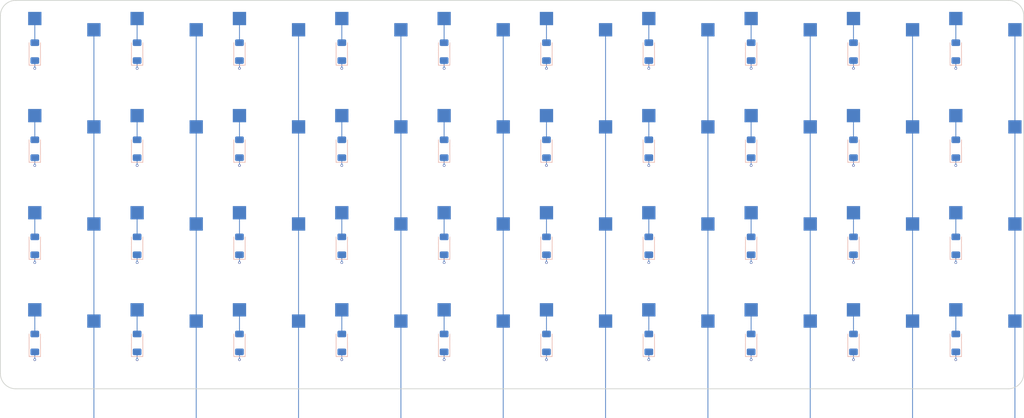
<source format=kicad_pcb>
(kicad_pcb (version 20171130) (host pcbnew 5.1.6)
  (title_block (title test_matrix) (rev v1.0.0) (company Unknown))
  (layers (0 F.Cu signal) (31 B.Cu signal) (34 B.Paste user) (35 F.Paste user) (36 B.SilkS user) (37 F.SilkS user) (38 B.Mask user) (39 F.Mask user) (44 Edge.Cuts user))
  (net 0 "")
  (net 1 "lpinky_mods")
  (net 2 "P4")
  (net 3 "P8")
  (net 4 "lpinky_bottom")
  (net 5 "P5")
  (net 6 "lpinky_home")
  (net 7 "P6")
  (net 8 "lpinky_top")
  (net 9 "P7")
  (net 10 "lring_mods")
  (net 11 "P9")
  (net 12 "lring_bottom")
  (net 13 "lring_home")
  (net 14 "lring_top")
  (net 15 "lmiddle_mods")
  (net 16 "P10")
  (net 17 "lmiddle_bottom")
  (net 18 "lmiddle_home")
  (net 19 "lmiddle_top")
  (net 20 "lindex_mods")
  (net 21 "P16")
  (net 22 "lindex_bottom")
  (net 23 "lindex_home")
  (net 24 "lindex_top")
  (net 25 "linner_mods")
  (net 26 "P14")
  (net 27 "linner_bottom")
  (net 28 "linner_home")
  (net 29 "linner_top")
  (net 30 "rinner_mods")
  (net 31 "P15")
  (net 32 "rinner_bottom")
  (net 33 "rinner_home")
  (net 34 "rinner_top")
  (net 35 "rindex_mods")
  (net 36 "P18")
  (net 37 "rindex_bottom")
  (net 38 "rindex_home")
  (net 39 "rindex_top")
  (net 40 "rmiddle_mods")
  (net 41 "P19")
  (net 42 "rmiddle_bottom")
  (net 43 "rmiddle_home")
  (net 44 "rmiddle_top")
  (net 45 "rring_mods")
  (net 46 "P20")
  (net 47 "rring_bottom")
  (net 48 "rring_home")
  (net 49 "rring_top")
  (net 50 "rpinky_mods")
  (net 51 "P21")
  (net 52 "rpinky_bottom")
  (net 53 "rpinky_home")
  (net 54 "rpinky_top")
  (module PG1350 (layer F.Cu) (at 0 0 0)
    (fp_text reference "S1" hide)
    (fp_text value "" hide)
    (pad "" np_thru_hole circle (at -5.5 0) (size 1.7018 1.7018) (drill 1.7018) (layers "*.Cu" "*.Mask"))
    (pad "" np_thru_hole circle (at 0 -5.95) (size 3 3) (drill 3) (layers "*.Cu" "*.Mask"))
    (pad "" np_thru_hole circle (at 0 0) (size 3.429 3.429) (drill 3.429) (layers "*.Cu" "*.Mask"))
    (pad "" np_thru_hole circle (at 5 -3.75) (size 3 3) (drill 3) (layers "*.Cu" "*.Mask"))
    (pad "" np_thru_hole circle (at 5.5 0) (size 1.7018 1.7018) (drill 1.7018) (layers "*.Cu" "*.Mask"))
    (pad "1" smd rect (at -3.275 -5.95 0) (size 2.6 2.6) (layers "B.Cu" "B.Paste" "B.Mask") (net 1 "lpinky_mods"))
    (pad "2" smd rect (at 8.275 -3.75 0) (size 2.6 2.6) (layers "B.Cu" "B.Paste" "B.Mask") (net 3 "P8"))
    (pad "" smd roundrect (at 8.275 5.75 0) (size 0.15 19) (layers "B.Cu") (net 3 "P8"))
    (pad "3" smd roundrect (at -3.275 -1.225 0) (size 1.7 1.3) (layers "B.Cu" "B.Paste" "B.Mask") (roundrect_rratio 0.1923076923) (net 1 "lpinky_mods"))
    (pad "4" smd roundrect (at -3.275 2.275 0) (size 1.7 1.3) (layers "B.Cu" "B.Paste" "B.Mask") (roundrect_rratio 0.1923076923) (net 2 "P4"))
    (pad "6" thru_hole circle (at -3.275 3.8) (size 0.5 0.5) (drill 0.3) (layers "*.Cu") (net 2 "P4"))
    (pad "" smd roundrect (at -3.275 -3.4875 0) (size 0.15 4.725) (layers "B.Cu") (net 1 "lpinky_mods"))
    (pad "" smd roundrect (at -3.275 3.0375 0) (size 0.15 1.525) (layers "B.Cu") (net 2 "P4"))
  )
  (module PG1350 (layer F.Cu) (at 0 -19 0)
    (fp_text reference "S2" hide)
    (fp_text value "" hide)
    (pad "" np_thru_hole circle (at -5.5 0) (size 1.7018 1.7018) (drill 1.7018) (layers "*.Cu" "*.Mask"))
    (pad "" np_thru_hole circle (at 0 -5.95) (size 3 3) (drill 3) (layers "*.Cu" "*.Mask"))
    (pad "" np_thru_hole circle (at 0 0) (size 3.429 3.429) (drill 3.429) (layers "*.Cu" "*.Mask"))
    (pad "" np_thru_hole circle (at 5 -3.75) (size 3 3) (drill 3) (layers "*.Cu" "*.Mask"))
    (pad "" np_thru_hole circle (at 5.5 0) (size 1.7018 1.7018) (drill 1.7018) (layers "*.Cu" "*.Mask"))
    (pad "1" smd rect (at -3.275 -5.95 0) (size 2.6 2.6) (layers "B.Cu" "B.Paste" "B.Mask") (net 4 "lpinky_bottom"))
    (pad "2" smd rect (at 8.275 -3.75 0) (size 2.6 2.6) (layers "B.Cu" "B.Paste" "B.Mask") (net 3 "P8"))
    (pad "" smd roundrect (at 8.275 5.75 0) (size 0.15 19) (layers "B.Cu") (net 3 "P8"))
    (pad "3" smd roundrect (at -3.275 -1.225 0) (size 1.7 1.3) (layers "B.Cu" "B.Paste" "B.Mask") (roundrect_rratio 0.1923076923) (net 4 "lpinky_bottom"))
    (pad "4" smd roundrect (at -3.275 2.275 0) (size 1.7 1.3) (layers "B.Cu" "B.Paste" "B.Mask") (roundrect_rratio 0.1923076923) (net 5 "P5"))
    (pad "6" thru_hole circle (at -3.275 3.8) (size 0.5 0.5) (drill 0.3) (layers "*.Cu") (net 5 "P5"))
    (pad "" smd roundrect (at -3.275 -3.4875 0) (size 0.15 4.725) (layers "B.Cu") (net 4 "lpinky_bottom"))
    (pad "" smd roundrect (at -3.275 3.0375 0) (size 0.15 1.525) (layers "B.Cu") (net 5 "P5"))
  )
  (module PG1350 (layer F.Cu) (at 0 -38 0)
    (fp_text reference "S3" hide)
    (fp_text value "" hide)
    (pad "" np_thru_hole circle (at -5.5 0) (size 1.7018 1.7018) (drill 1.7018) (layers "*.Cu" "*.Mask"))
    (pad "" np_thru_hole circle (at 0 -5.95) (size 3 3) (drill 3) (layers "*.Cu" "*.Mask"))
    (pad "" np_thru_hole circle (at 0 0) (size 3.429 3.429) (drill 3.429) (layers "*.Cu" "*.Mask"))
    (pad "" np_thru_hole circle (at 5 -3.75) (size 3 3) (drill 3) (layers "*.Cu" "*.Mask"))
    (pad "" np_thru_hole circle (at 5.5 0) (size 1.7018 1.7018) (drill 1.7018) (layers "*.Cu" "*.Mask"))
    (pad "1" smd rect (at -3.275 -5.95 0) (size 2.6 2.6) (layers "B.Cu" "B.Paste" "B.Mask") (net 6 "lpinky_home"))
    (pad "2" smd rect (at 8.275 -3.75 0) (size 2.6 2.6) (layers "B.Cu" "B.Paste" "B.Mask") (net 3 "P8"))
    (pad "" smd roundrect (at 8.275 5.75 0) (size 0.15 19) (layers "B.Cu") (net 3 "P8"))
    (pad "3" smd roundrect (at -3.275 -1.225 0) (size 1.7 1.3) (layers "B.Cu" "B.Paste" "B.Mask") (roundrect_rratio 0.1923076923) (net 6 "lpinky_home"))
    (pad "4" smd roundrect (at -3.275 2.275 0) (size 1.7 1.3) (layers "B.Cu" "B.Paste" "B.Mask") (roundrect_rratio 0.1923076923) (net 7 "P6"))
    (pad "6" thru_hole circle (at -3.275 3.8) (size 0.5 0.5) (drill 0.3) (layers "*.Cu") (net 7 "P6"))
    (pad "" smd roundrect (at -3.275 -3.4875 0) (size 0.15 4.725) (layers "B.Cu") (net 6 "lpinky_home"))
    (pad "" smd roundrect (at -3.275 3.0375 0) (size 0.15 1.525) (layers "B.Cu") (net 7 "P6"))
  )
  (module PG1350 (layer F.Cu) (at 0 -57 0)
    (fp_text reference "S4" hide)
    (fp_text value "" hide)
    (pad "" np_thru_hole circle (at -5.5 0) (size 1.7018 1.7018) (drill 1.7018) (layers "*.Cu" "*.Mask"))
    (pad "" np_thru_hole circle (at 0 -5.95) (size 3 3) (drill 3) (layers "*.Cu" "*.Mask"))
    (pad "" np_thru_hole circle (at 0 0) (size 3.429 3.429) (drill 3.429) (layers "*.Cu" "*.Mask"))
    (pad "" np_thru_hole circle (at 5 -3.75) (size 3 3) (drill 3) (layers "*.Cu" "*.Mask"))
    (pad "" np_thru_hole circle (at 5.5 0) (size 1.7018 1.7018) (drill 1.7018) (layers "*.Cu" "*.Mask"))
    (pad "1" smd rect (at -3.275 -5.95 0) (size 2.6 2.6) (layers "B.Cu" "B.Paste" "B.Mask") (net 8 "lpinky_top"))
    (pad "2" smd rect (at 8.275 -3.75 0) (size 2.6 2.6) (layers "B.Cu" "B.Paste" "B.Mask") (net 3 "P8"))
    (pad "" smd roundrect (at 8.275 5.75 0) (size 0.15 19) (layers "B.Cu") (net 3 "P8"))
    (pad "3" smd roundrect (at -3.275 -1.225 0) (size 1.7 1.3) (layers "B.Cu" "B.Paste" "B.Mask") (roundrect_rratio 0.1923076923) (net 8 "lpinky_top"))
    (pad "4" smd roundrect (at -3.275 2.275 0) (size 1.7 1.3) (layers "B.Cu" "B.Paste" "B.Mask") (roundrect_rratio 0.1923076923) (net 9 "P7"))
    (pad "6" thru_hole circle (at -3.275 3.8) (size 0.5 0.5) (drill 0.3) (layers "*.Cu") (net 9 "P7"))
    (pad "" smd roundrect (at -3.275 -3.4875 0) (size 0.15 4.725) (layers "B.Cu") (net 8 "lpinky_top"))
    (pad "" smd roundrect (at -3.275 3.0375 0) (size 0.15 1.525) (layers "B.Cu") (net 9 "P7"))
  )
  (module PG1350 (layer F.Cu) (at 20 0 0)
    (fp_text reference "S5" hide)
    (fp_text value "" hide)
    (pad "" np_thru_hole circle (at -5.5 0) (size 1.7018 1.7018) (drill 1.7018) (layers "*.Cu" "*.Mask"))
    (pad "" np_thru_hole circle (at 0 -5.95) (size 3 3) (drill 3) (layers "*.Cu" "*.Mask"))
    (pad "" np_thru_hole circle (at 0 0) (size 3.429 3.429) (drill 3.429) (layers "*.Cu" "*.Mask"))
    (pad "" np_thru_hole circle (at 5 -3.75) (size 3 3) (drill 3) (layers "*.Cu" "*.Mask"))
    (pad "" np_thru_hole circle (at 5.5 0) (size 1.7018 1.7018) (drill 1.7018) (layers "*.Cu" "*.Mask"))
    (pad "1" smd rect (at -3.275 -5.95 0) (size 2.6 2.6) (layers "B.Cu" "B.Paste" "B.Mask") (net 10 "lring_mods"))
    (pad "2" smd rect (at 8.275 -3.75 0) (size 2.6 2.6) (layers "B.Cu" "B.Paste" "B.Mask") (net 11 "P9"))
    (pad "" smd roundrect (at 8.275 5.75 0) (size 0.15 19) (layers "B.Cu") (net 11 "P9"))
    (pad "3" smd roundrect (at -3.275 -1.225 0) (size 1.7 1.3) (layers "B.Cu" "B.Paste" "B.Mask") (roundrect_rratio 0.1923076923) (net 10 "lring_mods"))
    (pad "4" smd roundrect (at -3.275 2.275 0) (size 1.7 1.3) (layers "B.Cu" "B.Paste" "B.Mask") (roundrect_rratio 0.1923076923) (net 2 "P4"))
    (pad "6" thru_hole circle (at -3.275 3.8) (size 0.5 0.5) (drill 0.3) (layers "*.Cu") (net 2 "P4"))
    (pad "" smd roundrect (at -3.275 -3.4875 0) (size 0.15 4.725) (layers "B.Cu") (net 10 "lring_mods"))
    (pad "" smd roundrect (at -3.275 3.0375 0) (size 0.15 1.525) (layers "B.Cu") (net 2 "P4"))
  )
  (module PG1350 (layer F.Cu) (at 20 -19 0)
    (fp_text reference "S6" hide)
    (fp_text value "" hide)
    (pad "" np_thru_hole circle (at -5.5 0) (size 1.7018 1.7018) (drill 1.7018) (layers "*.Cu" "*.Mask"))
    (pad "" np_thru_hole circle (at 0 -5.95) (size 3 3) (drill 3) (layers "*.Cu" "*.Mask"))
    (pad "" np_thru_hole circle (at 0 0) (size 3.429 3.429) (drill 3.429) (layers "*.Cu" "*.Mask"))
    (pad "" np_thru_hole circle (at 5 -3.75) (size 3 3) (drill 3) (layers "*.Cu" "*.Mask"))
    (pad "" np_thru_hole circle (at 5.5 0) (size 1.7018 1.7018) (drill 1.7018) (layers "*.Cu" "*.Mask"))
    (pad "1" smd rect (at -3.275 -5.95 0) (size 2.6 2.6) (layers "B.Cu" "B.Paste" "B.Mask") (net 12 "lring_bottom"))
    (pad "2" smd rect (at 8.275 -3.75 0) (size 2.6 2.6) (layers "B.Cu" "B.Paste" "B.Mask") (net 11 "P9"))
    (pad "" smd roundrect (at 8.275 5.75 0) (size 0.15 19) (layers "B.Cu") (net 11 "P9"))
    (pad "3" smd roundrect (at -3.275 -1.225 0) (size 1.7 1.3) (layers "B.Cu" "B.Paste" "B.Mask") (roundrect_rratio 0.1923076923) (net 12 "lring_bottom"))
    (pad "4" smd roundrect (at -3.275 2.275 0) (size 1.7 1.3) (layers "B.Cu" "B.Paste" "B.Mask") (roundrect_rratio 0.1923076923) (net 5 "P5"))
    (pad "6" thru_hole circle (at -3.275 3.8) (size 0.5 0.5) (drill 0.3) (layers "*.Cu") (net 5 "P5"))
    (pad "" smd roundrect (at -3.275 -3.4875 0) (size 0.15 4.725) (layers "B.Cu") (net 12 "lring_bottom"))
    (pad "" smd roundrect (at -3.275 3.0375 0) (size 0.15 1.525) (layers "B.Cu") (net 5 "P5"))
  )
  (module PG1350 (layer F.Cu) (at 20 -38 0)
    (fp_text reference "S7" hide)
    (fp_text value "" hide)
    (pad "" np_thru_hole circle (at -5.5 0) (size 1.7018 1.7018) (drill 1.7018) (layers "*.Cu" "*.Mask"))
    (pad "" np_thru_hole circle (at 0 -5.95) (size 3 3) (drill 3) (layers "*.Cu" "*.Mask"))
    (pad "" np_thru_hole circle (at 0 0) (size 3.429 3.429) (drill 3.429) (layers "*.Cu" "*.Mask"))
    (pad "" np_thru_hole circle (at 5 -3.75) (size 3 3) (drill 3) (layers "*.Cu" "*.Mask"))
    (pad "" np_thru_hole circle (at 5.5 0) (size 1.7018 1.7018) (drill 1.7018) (layers "*.Cu" "*.Mask"))
    (pad "1" smd rect (at -3.275 -5.95 0) (size 2.6 2.6) (layers "B.Cu" "B.Paste" "B.Mask") (net 13 "lring_home"))
    (pad "2" smd rect (at 8.275 -3.75 0) (size 2.6 2.6) (layers "B.Cu" "B.Paste" "B.Mask") (net 11 "P9"))
    (pad "" smd roundrect (at 8.275 5.75 0) (size 0.15 19) (layers "B.Cu") (net 11 "P9"))
    (pad "3" smd roundrect (at -3.275 -1.225 0) (size 1.7 1.3) (layers "B.Cu" "B.Paste" "B.Mask") (roundrect_rratio 0.1923076923) (net 13 "lring_home"))
    (pad "4" smd roundrect (at -3.275 2.275 0) (size 1.7 1.3) (layers "B.Cu" "B.Paste" "B.Mask") (roundrect_rratio 0.1923076923) (net 7 "P6"))
    (pad "6" thru_hole circle (at -3.275 3.8) (size 0.5 0.5) (drill 0.3) (layers "*.Cu") (net 7 "P6"))
    (pad "" smd roundrect (at -3.275 -3.4875 0) (size 0.15 4.725) (layers "B.Cu") (net 13 "lring_home"))
    (pad "" smd roundrect (at -3.275 3.0375 0) (size 0.15 1.525) (layers "B.Cu") (net 7 "P6"))
  )
  (module PG1350 (layer F.Cu) (at 20 -57 0)
    (fp_text reference "S8" hide)
    (fp_text value "" hide)
    (pad "" np_thru_hole circle (at -5.5 0) (size 1.7018 1.7018) (drill 1.7018) (layers "*.Cu" "*.Mask"))
    (pad "" np_thru_hole circle (at 0 -5.95) (size 3 3) (drill 3) (layers "*.Cu" "*.Mask"))
    (pad "" np_thru_hole circle (at 0 0) (size 3.429 3.429) (drill 3.429) (layers "*.Cu" "*.Mask"))
    (pad "" np_thru_hole circle (at 5 -3.75) (size 3 3) (drill 3) (layers "*.Cu" "*.Mask"))
    (pad "" np_thru_hole circle (at 5.5 0) (size 1.7018 1.7018) (drill 1.7018) (layers "*.Cu" "*.Mask"))
    (pad "1" smd rect (at -3.275 -5.95 0) (size 2.6 2.6) (layers "B.Cu" "B.Paste" "B.Mask") (net 14 "lring_top"))
    (pad "2" smd rect (at 8.275 -3.75 0) (size 2.6 2.6) (layers "B.Cu" "B.Paste" "B.Mask") (net 11 "P9"))
    (pad "" smd roundrect (at 8.275 5.75 0) (size 0.15 19) (layers "B.Cu") (net 11 "P9"))
    (pad "3" smd roundrect (at -3.275 -1.225 0) (size 1.7 1.3) (layers "B.Cu" "B.Paste" "B.Mask") (roundrect_rratio 0.1923076923) (net 14 "lring_top"))
    (pad "4" smd roundrect (at -3.275 2.275 0) (size 1.7 1.3) (layers "B.Cu" "B.Paste" "B.Mask") (roundrect_rratio 0.1923076923) (net 9 "P7"))
    (pad "6" thru_hole circle (at -3.275 3.8) (size 0.5 0.5) (drill 0.3) (layers "*.Cu") (net 9 "P7"))
    (pad "" smd roundrect (at -3.275 -3.4875 0) (size 0.15 4.725) (layers "B.Cu") (net 14 "lring_top"))
    (pad "" smd roundrect (at -3.275 3.0375 0) (size 0.15 1.525) (layers "B.Cu") (net 9 "P7"))
  )
  (module PG1350 (layer F.Cu) (at 40 0 0)
    (fp_text reference "S9" hide)
    (fp_text value "" hide)
    (pad "" np_thru_hole circle (at -5.5 0) (size 1.7018 1.7018) (drill 1.7018) (layers "*.Cu" "*.Mask"))
    (pad "" np_thru_hole circle (at 0 -5.95) (size 3 3) (drill 3) (layers "*.Cu" "*.Mask"))
    (pad "" np_thru_hole circle (at 0 0) (size 3.429 3.429) (drill 3.429) (layers "*.Cu" "*.Mask"))
    (pad "" np_thru_hole circle (at 5 -3.75) (size 3 3) (drill 3) (layers "*.Cu" "*.Mask"))
    (pad "" np_thru_hole circle (at 5.5 0) (size 1.7018 1.7018) (drill 1.7018) (layers "*.Cu" "*.Mask"))
    (pad "1" smd rect (at -3.275 -5.95 0) (size 2.6 2.6) (layers "B.Cu" "B.Paste" "B.Mask") (net 15 "lmiddle_mods"))
    (pad "2" smd rect (at 8.275 -3.75 0) (size 2.6 2.6) (layers "B.Cu" "B.Paste" "B.Mask") (net 16 "P10"))
    (pad "" smd roundrect (at 8.275 5.75 0) (size 0.15 19) (layers "B.Cu") (net 16 "P10"))
    (pad "3" smd roundrect (at -3.275 -1.225 0) (size 1.7 1.3) (layers "B.Cu" "B.Paste" "B.Mask") (roundrect_rratio 0.1923076923) (net 15 "lmiddle_mods"))
    (pad "4" smd roundrect (at -3.275 2.275 0) (size 1.7 1.3) (layers "B.Cu" "B.Paste" "B.Mask") (roundrect_rratio 0.1923076923) (net 2 "P4"))
    (pad "6" thru_hole circle (at -3.275 3.8) (size 0.5 0.5) (drill 0.3) (layers "*.Cu") (net 2 "P4"))
    (pad "" smd roundrect (at -3.275 -3.4875 0) (size 0.15 4.725) (layers "B.Cu") (net 15 "lmiddle_mods"))
    (pad "" smd roundrect (at -3.275 3.0375 0) (size 0.15 1.525) (layers "B.Cu") (net 2 "P4"))
  )
  (module PG1350 (layer F.Cu) (at 40 -19 0)
    (fp_text reference "S10" hide)
    (fp_text value "" hide)
    (pad "" np_thru_hole circle (at -5.5 0) (size 1.7018 1.7018) (drill 1.7018) (layers "*.Cu" "*.Mask"))
    (pad "" np_thru_hole circle (at 0 -5.95) (size 3 3) (drill 3) (layers "*.Cu" "*.Mask"))
    (pad "" np_thru_hole circle (at 0 0) (size 3.429 3.429) (drill 3.429) (layers "*.Cu" "*.Mask"))
    (pad "" np_thru_hole circle (at 5 -3.75) (size 3 3) (drill 3) (layers "*.Cu" "*.Mask"))
    (pad "" np_thru_hole circle (at 5.5 0) (size 1.7018 1.7018) (drill 1.7018) (layers "*.Cu" "*.Mask"))
    (pad "1" smd rect (at -3.275 -5.95 0) (size 2.6 2.6) (layers "B.Cu" "B.Paste" "B.Mask") (net 17 "lmiddle_bottom"))
    (pad "2" smd rect (at 8.275 -3.75 0) (size 2.6 2.6) (layers "B.Cu" "B.Paste" "B.Mask") (net 16 "P10"))
    (pad "" smd roundrect (at 8.275 5.75 0) (size 0.15 19) (layers "B.Cu") (net 16 "P10"))
    (pad "3" smd roundrect (at -3.275 -1.225 0) (size 1.7 1.3) (layers "B.Cu" "B.Paste" "B.Mask") (roundrect_rratio 0.1923076923) (net 17 "lmiddle_bottom"))
    (pad "4" smd roundrect (at -3.275 2.275 0) (size 1.7 1.3) (layers "B.Cu" "B.Paste" "B.Mask") (roundrect_rratio 0.1923076923) (net 5 "P5"))
    (pad "6" thru_hole circle (at -3.275 3.8) (size 0.5 0.5) (drill 0.3) (layers "*.Cu") (net 5 "P5"))
    (pad "" smd roundrect (at -3.275 -3.4875 0) (size 0.15 4.725) (layers "B.Cu") (net 17 "lmiddle_bottom"))
    (pad "" smd roundrect (at -3.275 3.0375 0) (size 0.15 1.525) (layers "B.Cu") (net 5 "P5"))
  )
  (module PG1350 (layer F.Cu) (at 40 -38 0)
    (fp_text reference "S11" hide)
    (fp_text value "" hide)
    (pad "" np_thru_hole circle (at -5.5 0) (size 1.7018 1.7018) (drill 1.7018) (layers "*.Cu" "*.Mask"))
    (pad "" np_thru_hole circle (at 0 -5.95) (size 3 3) (drill 3) (layers "*.Cu" "*.Mask"))
    (pad "" np_thru_hole circle (at 0 0) (size 3.429 3.429) (drill 3.429) (layers "*.Cu" "*.Mask"))
    (pad "" np_thru_hole circle (at 5 -3.75) (size 3 3) (drill 3) (layers "*.Cu" "*.Mask"))
    (pad "" np_thru_hole circle (at 5.5 0) (size 1.7018 1.7018) (drill 1.7018) (layers "*.Cu" "*.Mask"))
    (pad "1" smd rect (at -3.275 -5.95 0) (size 2.6 2.6) (layers "B.Cu" "B.Paste" "B.Mask") (net 18 "lmiddle_home"))
    (pad "2" smd rect (at 8.275 -3.75 0) (size 2.6 2.6) (layers "B.Cu" "B.Paste" "B.Mask") (net 16 "P10"))
    (pad "" smd roundrect (at 8.275 5.75 0) (size 0.15 19) (layers "B.Cu") (net 16 "P10"))
    (pad "3" smd roundrect (at -3.275 -1.225 0) (size 1.7 1.3) (layers "B.Cu" "B.Paste" "B.Mask") (roundrect_rratio 0.1923076923) (net 18 "lmiddle_home"))
    (pad "4" smd roundrect (at -3.275 2.275 0) (size 1.7 1.3) (layers "B.Cu" "B.Paste" "B.Mask") (roundrect_rratio 0.1923076923) (net 7 "P6"))
    (pad "6" thru_hole circle (at -3.275 3.8) (size 0.5 0.5) (drill 0.3) (layers "*.Cu") (net 7 "P6"))
    (pad "" smd roundrect (at -3.275 -3.4875 0) (size 0.15 4.725) (layers "B.Cu") (net 18 "lmiddle_home"))
    (pad "" smd roundrect (at -3.275 3.0375 0) (size 0.15 1.525) (layers "B.Cu") (net 7 "P6"))
  )
  (module PG1350 (layer F.Cu) (at 40 -57 0)
    (fp_text reference "S12" hide)
    (fp_text value "" hide)
    (pad "" np_thru_hole circle (at -5.5 0) (size 1.7018 1.7018) (drill 1.7018) (layers "*.Cu" "*.Mask"))
    (pad "" np_thru_hole circle (at 0 -5.95) (size 3 3) (drill 3) (layers "*.Cu" "*.Mask"))
    (pad "" np_thru_hole circle (at 0 0) (size 3.429 3.429) (drill 3.429) (layers "*.Cu" "*.Mask"))
    (pad "" np_thru_hole circle (at 5 -3.75) (size 3 3) (drill 3) (layers "*.Cu" "*.Mask"))
    (pad "" np_thru_hole circle (at 5.5 0) (size 1.7018 1.7018) (drill 1.7018) (layers "*.Cu" "*.Mask"))
    (pad "1" smd rect (at -3.275 -5.95 0) (size 2.6 2.6) (layers "B.Cu" "B.Paste" "B.Mask") (net 19 "lmiddle_top"))
    (pad "2" smd rect (at 8.275 -3.75 0) (size 2.6 2.6) (layers "B.Cu" "B.Paste" "B.Mask") (net 16 "P10"))
    (pad "" smd roundrect (at 8.275 5.75 0) (size 0.15 19) (layers "B.Cu") (net 16 "P10"))
    (pad "3" smd roundrect (at -3.275 -1.225 0) (size 1.7 1.3) (layers "B.Cu" "B.Paste" "B.Mask") (roundrect_rratio 0.1923076923) (net 19 "lmiddle_top"))
    (pad "4" smd roundrect (at -3.275 2.275 0) (size 1.7 1.3) (layers "B.Cu" "B.Paste" "B.Mask") (roundrect_rratio 0.1923076923) (net 9 "P7"))
    (pad "6" thru_hole circle (at -3.275 3.8) (size 0.5 0.5) (drill 0.3) (layers "*.Cu") (net 9 "P7"))
    (pad "" smd roundrect (at -3.275 -3.4875 0) (size 0.15 4.725) (layers "B.Cu") (net 19 "lmiddle_top"))
    (pad "" smd roundrect (at -3.275 3.0375 0) (size 0.15 1.525) (layers "B.Cu") (net 9 "P7"))
  )
  (module PG1350 (layer F.Cu) (at 60 0 0)
    (fp_text reference "S13" hide)
    (fp_text value "" hide)
    (pad "" np_thru_hole circle (at -5.5 0) (size 1.7018 1.7018) (drill 1.7018) (layers "*.Cu" "*.Mask"))
    (pad "" np_thru_hole circle (at 0 -5.95) (size 3 3) (drill 3) (layers "*.Cu" "*.Mask"))
    (pad "" np_thru_hole circle (at 0 0) (size 3.429 3.429) (drill 3.429) (layers "*.Cu" "*.Mask"))
    (pad "" np_thru_hole circle (at 5 -3.75) (size 3 3) (drill 3) (layers "*.Cu" "*.Mask"))
    (pad "" np_thru_hole circle (at 5.5 0) (size 1.7018 1.7018) (drill 1.7018) (layers "*.Cu" "*.Mask"))
    (pad "1" smd rect (at -3.275 -5.95 0) (size 2.6 2.6) (layers "B.Cu" "B.Paste" "B.Mask") (net 20 "lindex_mods"))
    (pad "2" smd rect (at 8.275 -3.75 0) (size 2.6 2.6) (layers "B.Cu" "B.Paste" "B.Mask") (net 21 "P16"))
    (pad "" smd roundrect (at 8.275 5.75 0) (size 0.15 19) (layers "B.Cu") (net 21 "P16"))
    (pad "3" smd roundrect (at -3.275 -1.225 0) (size 1.7 1.3) (layers "B.Cu" "B.Paste" "B.Mask") (roundrect_rratio 0.1923076923) (net 20 "lindex_mods"))
    (pad "4" smd roundrect (at -3.275 2.275 0) (size 1.7 1.3) (layers "B.Cu" "B.Paste" "B.Mask") (roundrect_rratio 0.1923076923) (net 2 "P4"))
    (pad "6" thru_hole circle (at -3.275 3.8) (size 0.5 0.5) (drill 0.3) (layers "*.Cu") (net 2 "P4"))
    (pad "" smd roundrect (at -3.275 -3.4875 0) (size 0.15 4.725) (layers "B.Cu") (net 20 "lindex_mods"))
    (pad "" smd roundrect (at -3.275 3.0375 0) (size 0.15 1.525) (layers "B.Cu") (net 2 "P4"))
  )
  (module PG1350 (layer F.Cu) (at 60 -19 0)
    (fp_text reference "S14" hide)
    (fp_text value "" hide)
    (pad "" np_thru_hole circle (at -5.5 0) (size 1.7018 1.7018) (drill 1.7018) (layers "*.Cu" "*.Mask"))
    (pad "" np_thru_hole circle (at 0 -5.95) (size 3 3) (drill 3) (layers "*.Cu" "*.Mask"))
    (pad "" np_thru_hole circle (at 0 0) (size 3.429 3.429) (drill 3.429) (layers "*.Cu" "*.Mask"))
    (pad "" np_thru_hole circle (at 5 -3.75) (size 3 3) (drill 3) (layers "*.Cu" "*.Mask"))
    (pad "" np_thru_hole circle (at 5.5 0) (size 1.7018 1.7018) (drill 1.7018) (layers "*.Cu" "*.Mask"))
    (pad "1" smd rect (at -3.275 -5.95 0) (size 2.6 2.6) (layers "B.Cu" "B.Paste" "B.Mask") (net 22 "lindex_bottom"))
    (pad "2" smd rect (at 8.275 -3.75 0) (size 2.6 2.6) (layers "B.Cu" "B.Paste" "B.Mask") (net 21 "P16"))
    (pad "" smd roundrect (at 8.275 5.75 0) (size 0.15 19) (layers "B.Cu") (net 21 "P16"))
    (pad "3" smd roundrect (at -3.275 -1.225 0) (size 1.7 1.3) (layers "B.Cu" "B.Paste" "B.Mask") (roundrect_rratio 0.1923076923) (net 22 "lindex_bottom"))
    (pad "4" smd roundrect (at -3.275 2.275 0) (size 1.7 1.3) (layers "B.Cu" "B.Paste" "B.Mask") (roundrect_rratio 0.1923076923) (net 5 "P5"))
    (pad "6" thru_hole circle (at -3.275 3.8) (size 0.5 0.5) (drill 0.3) (layers "*.Cu") (net 5 "P5"))
    (pad "" smd roundrect (at -3.275 -3.4875 0) (size 0.15 4.725) (layers "B.Cu") (net 22 "lindex_bottom"))
    (pad "" smd roundrect (at -3.275 3.0375 0) (size 0.15 1.525) (layers "B.Cu") (net 5 "P5"))
  )
  (module PG1350 (layer F.Cu) (at 60 -38 0)
    (fp_text reference "S15" hide)
    (fp_text value "" hide)
    (pad "" np_thru_hole circle (at -5.5 0) (size 1.7018 1.7018) (drill 1.7018) (layers "*.Cu" "*.Mask"))
    (pad "" np_thru_hole circle (at 0 -5.95) (size 3 3) (drill 3) (layers "*.Cu" "*.Mask"))
    (pad "" np_thru_hole circle (at 0 0) (size 3.429 3.429) (drill 3.429) (layers "*.Cu" "*.Mask"))
    (pad "" np_thru_hole circle (at 5 -3.75) (size 3 3) (drill 3) (layers "*.Cu" "*.Mask"))
    (pad "" np_thru_hole circle (at 5.5 0) (size 1.7018 1.7018) (drill 1.7018) (layers "*.Cu" "*.Mask"))
    (pad "1" smd rect (at -3.275 -5.95 0) (size 2.6 2.6) (layers "B.Cu" "B.Paste" "B.Mask") (net 23 "lindex_home"))
    (pad "2" smd rect (at 8.275 -3.75 0) (size 2.6 2.6) (layers "B.Cu" "B.Paste" "B.Mask") (net 21 "P16"))
    (pad "" smd roundrect (at 8.275 5.75 0) (size 0.15 19) (layers "B.Cu") (net 21 "P16"))
    (pad "3" smd roundrect (at -3.275 -1.225 0) (size 1.7 1.3) (layers "B.Cu" "B.Paste" "B.Mask") (roundrect_rratio 0.1923076923) (net 23 "lindex_home"))
    (pad "4" smd roundrect (at -3.275 2.275 0) (size 1.7 1.3) (layers "B.Cu" "B.Paste" "B.Mask") (roundrect_rratio 0.1923076923) (net 7 "P6"))
    (pad "6" thru_hole circle (at -3.275 3.8) (size 0.5 0.5) (drill 0.3) (layers "*.Cu") (net 7 "P6"))
    (pad "" smd roundrect (at -3.275 -3.4875 0) (size 0.15 4.725) (layers "B.Cu") (net 23 "lindex_home"))
    (pad "" smd roundrect (at -3.275 3.0375 0) (size 0.15 1.525) (layers "B.Cu") (net 7 "P6"))
  )
  (module PG1350 (layer F.Cu) (at 60 -57 0)
    (fp_text reference "S16" hide)
    (fp_text value "" hide)
    (pad "" np_thru_hole circle (at -5.5 0) (size 1.7018 1.7018) (drill 1.7018) (layers "*.Cu" "*.Mask"))
    (pad "" np_thru_hole circle (at 0 -5.95) (size 3 3) (drill 3) (layers "*.Cu" "*.Mask"))
    (pad "" np_thru_hole circle (at 0 0) (size 3.429 3.429) (drill 3.429) (layers "*.Cu" "*.Mask"))
    (pad "" np_thru_hole circle (at 5 -3.75) (size 3 3) (drill 3) (layers "*.Cu" "*.Mask"))
    (pad "" np_thru_hole circle (at 5.5 0) (size 1.7018 1.7018) (drill 1.7018) (layers "*.Cu" "*.Mask"))
    (pad "1" smd rect (at -3.275 -5.95 0) (size 2.6 2.6) (layers "B.Cu" "B.Paste" "B.Mask") (net 24 "lindex_top"))
    (pad "2" smd rect (at 8.275 -3.75 0) (size 2.6 2.6) (layers "B.Cu" "B.Paste" "B.Mask") (net 21 "P16"))
    (pad "" smd roundrect (at 8.275 5.75 0) (size 0.15 19) (layers "B.Cu") (net 21 "P16"))
    (pad "3" smd roundrect (at -3.275 -1.225 0) (size 1.7 1.3) (layers "B.Cu" "B.Paste" "B.Mask") (roundrect_rratio 0.1923076923) (net 24 "lindex_top"))
    (pad "4" smd roundrect (at -3.275 2.275 0) (size 1.7 1.3) (layers "B.Cu" "B.Paste" "B.Mask") (roundrect_rratio 0.1923076923) (net 9 "P7"))
    (pad "6" thru_hole circle (at -3.275 3.8) (size 0.5 0.5) (drill 0.3) (layers "*.Cu") (net 9 "P7"))
    (pad "" smd roundrect (at -3.275 -3.4875 0) (size 0.15 4.725) (layers "B.Cu") (net 24 "lindex_top"))
    (pad "" smd roundrect (at -3.275 3.0375 0) (size 0.15 1.525) (layers "B.Cu") (net 9 "P7"))
  )
  (module PG1350 (layer F.Cu) (at 80 0 0)
    (fp_text reference "S17" hide)
    (fp_text value "" hide)
    (pad "" np_thru_hole circle (at -5.5 0) (size 1.7018 1.7018) (drill 1.7018) (layers "*.Cu" "*.Mask"))
    (pad "" np_thru_hole circle (at 0 -5.95) (size 3 3) (drill 3) (layers "*.Cu" "*.Mask"))
    (pad "" np_thru_hole circle (at 0 0) (size 3.429 3.429) (drill 3.429) (layers "*.Cu" "*.Mask"))
    (pad "" np_thru_hole circle (at 5 -3.75) (size 3 3) (drill 3) (layers "*.Cu" "*.Mask"))
    (pad "" np_thru_hole circle (at 5.5 0) (size 1.7018 1.7018) (drill 1.7018) (layers "*.Cu" "*.Mask"))
    (pad "1" smd rect (at -3.275 -5.95 0) (size 2.6 2.6) (layers "B.Cu" "B.Paste" "B.Mask") (net 25 "linner_mods"))
    (pad "2" smd rect (at 8.275 -3.75 0) (size 2.6 2.6) (layers "B.Cu" "B.Paste" "B.Mask") (net 26 "P14"))
    (pad "" smd roundrect (at 8.275 5.75 0) (size 0.15 19) (layers "B.Cu") (net 26 "P14"))
    (pad "3" smd roundrect (at -3.275 -1.225 0) (size 1.7 1.3) (layers "B.Cu" "B.Paste" "B.Mask") (roundrect_rratio 0.1923076923) (net 25 "linner_mods"))
    (pad "4" smd roundrect (at -3.275 2.275 0) (size 1.7 1.3) (layers "B.Cu" "B.Paste" "B.Mask") (roundrect_rratio 0.1923076923) (net 2 "P4"))
    (pad "6" thru_hole circle (at -3.275 3.8) (size 0.5 0.5) (drill 0.3) (layers "*.Cu") (net 2 "P4"))
    (pad "" smd roundrect (at -3.275 -3.4875 0) (size 0.15 4.725) (layers "B.Cu") (net 25 "linner_mods"))
    (pad "" smd roundrect (at -3.275 3.0375 0) (size 0.15 1.525) (layers "B.Cu") (net 2 "P4"))
  )
  (module PG1350 (layer F.Cu) (at 80 -19 0)
    (fp_text reference "S18" hide)
    (fp_text value "" hide)
    (pad "" np_thru_hole circle (at -5.5 0) (size 1.7018 1.7018) (drill 1.7018) (layers "*.Cu" "*.Mask"))
    (pad "" np_thru_hole circle (at 0 -5.95) (size 3 3) (drill 3) (layers "*.Cu" "*.Mask"))
    (pad "" np_thru_hole circle (at 0 0) (size 3.429 3.429) (drill 3.429) (layers "*.Cu" "*.Mask"))
    (pad "" np_thru_hole circle (at 5 -3.75) (size 3 3) (drill 3) (layers "*.Cu" "*.Mask"))
    (pad "" np_thru_hole circle (at 5.5 0) (size 1.7018 1.7018) (drill 1.7018) (layers "*.Cu" "*.Mask"))
    (pad "1" smd rect (at -3.275 -5.95 0) (size 2.6 2.6) (layers "B.Cu" "B.Paste" "B.Mask") (net 27 "linner_bottom"))
    (pad "2" smd rect (at 8.275 -3.75 0) (size 2.6 2.6) (layers "B.Cu" "B.Paste" "B.Mask") (net 26 "P14"))
    (pad "" smd roundrect (at 8.275 5.75 0) (size 0.15 19) (layers "B.Cu") (net 26 "P14"))
    (pad "3" smd roundrect (at -3.275 -1.225 0) (size 1.7 1.3) (layers "B.Cu" "B.Paste" "B.Mask") (roundrect_rratio 0.1923076923) (net 27 "linner_bottom"))
    (pad "4" smd roundrect (at -3.275 2.275 0) (size 1.7 1.3) (layers "B.Cu" "B.Paste" "B.Mask") (roundrect_rratio 0.1923076923) (net 5 "P5"))
    (pad "6" thru_hole circle (at -3.275 3.8) (size 0.5 0.5) (drill 0.3) (layers "*.Cu") (net 5 "P5"))
    (pad "" smd roundrect (at -3.275 -3.4875 0) (size 0.15 4.725) (layers "B.Cu") (net 27 "linner_bottom"))
    (pad "" smd roundrect (at -3.275 3.0375 0) (size 0.15 1.525) (layers "B.Cu") (net 5 "P5"))
  )
  (module PG1350 (layer F.Cu) (at 80 -38 0)
    (fp_text reference "S19" hide)
    (fp_text value "" hide)
    (pad "" np_thru_hole circle (at -5.5 0) (size 1.7018 1.7018) (drill 1.7018) (layers "*.Cu" "*.Mask"))
    (pad "" np_thru_hole circle (at 0 -5.95) (size 3 3) (drill 3) (layers "*.Cu" "*.Mask"))
    (pad "" np_thru_hole circle (at 0 0) (size 3.429 3.429) (drill 3.429) (layers "*.Cu" "*.Mask"))
    (pad "" np_thru_hole circle (at 5 -3.75) (size 3 3) (drill 3) (layers "*.Cu" "*.Mask"))
    (pad "" np_thru_hole circle (at 5.5 0) (size 1.7018 1.7018) (drill 1.7018) (layers "*.Cu" "*.Mask"))
    (pad "1" smd rect (at -3.275 -5.95 0) (size 2.6 2.6) (layers "B.Cu" "B.Paste" "B.Mask") (net 28 "linner_home"))
    (pad "2" smd rect (at 8.275 -3.75 0) (size 2.6 2.6) (layers "B.Cu" "B.Paste" "B.Mask") (net 26 "P14"))
    (pad "" smd roundrect (at 8.275 5.75 0) (size 0.15 19) (layers "B.Cu") (net 26 "P14"))
    (pad "3" smd roundrect (at -3.275 -1.225 0) (size 1.7 1.3) (layers "B.Cu" "B.Paste" "B.Mask") (roundrect_rratio 0.1923076923) (net 28 "linner_home"))
    (pad "4" smd roundrect (at -3.275 2.275 0) (size 1.7 1.3) (layers "B.Cu" "B.Paste" "B.Mask") (roundrect_rratio 0.1923076923) (net 7 "P6"))
    (pad "6" thru_hole circle (at -3.275 3.8) (size 0.5 0.5) (drill 0.3) (layers "*.Cu") (net 7 "P6"))
    (pad "" smd roundrect (at -3.275 -3.4875 0) (size 0.15 4.725) (layers "B.Cu") (net 28 "linner_home"))
    (pad "" smd roundrect (at -3.275 3.0375 0) (size 0.15 1.525) (layers "B.Cu") (net 7 "P6"))
  )
  (module PG1350 (layer F.Cu) (at 80 -57 0)
    (fp_text reference "S20" hide)
    (fp_text value "" hide)
    (pad "" np_thru_hole circle (at -5.5 0) (size 1.7018 1.7018) (drill 1.7018) (layers "*.Cu" "*.Mask"))
    (pad "" np_thru_hole circle (at 0 -5.95) (size 3 3) (drill 3) (layers "*.Cu" "*.Mask"))
    (pad "" np_thru_hole circle (at 0 0) (size 3.429 3.429) (drill 3.429) (layers "*.Cu" "*.Mask"))
    (pad "" np_thru_hole circle (at 5 -3.75) (size 3 3) (drill 3) (layers "*.Cu" "*.Mask"))
    (pad "" np_thru_hole circle (at 5.5 0) (size 1.7018 1.7018) (drill 1.7018) (layers "*.Cu" "*.Mask"))
    (pad "1" smd rect (at -3.275 -5.95 0) (size 2.6 2.6) (layers "B.Cu" "B.Paste" "B.Mask") (net 29 "linner_top"))
    (pad "2" smd rect (at 8.275 -3.75 0) (size 2.6 2.6) (layers "B.Cu" "B.Paste" "B.Mask") (net 26 "P14"))
    (pad "" smd roundrect (at 8.275 5.75 0) (size 0.15 19) (layers "B.Cu") (net 26 "P14"))
    (pad "3" smd roundrect (at -3.275 -1.225 0) (size 1.7 1.3) (layers "B.Cu" "B.Paste" "B.Mask") (roundrect_rratio 0.1923076923) (net 29 "linner_top"))
    (pad "4" smd roundrect (at -3.275 2.275 0) (size 1.7 1.3) (layers "B.Cu" "B.Paste" "B.Mask") (roundrect_rratio 0.1923076923) (net 9 "P7"))
    (pad "6" thru_hole circle (at -3.275 3.8) (size 0.5 0.5) (drill 0.3) (layers "*.Cu") (net 9 "P7"))
    (pad "" smd roundrect (at -3.275 -3.4875 0) (size 0.15 4.725) (layers "B.Cu") (net 29 "linner_top"))
    (pad "" smd roundrect (at -3.275 3.0375 0) (size 0.15 1.525) (layers "B.Cu") (net 9 "P7"))
  )
  (module PG1350 (layer F.Cu) (at 100 0 0)
    (fp_text reference "S21" hide)
    (fp_text value "" hide)
    (pad "" np_thru_hole circle (at -5.5 0) (size 1.7018 1.7018) (drill 1.7018) (layers "*.Cu" "*.Mask"))
    (pad "" np_thru_hole circle (at 0 -5.95) (size 3 3) (drill 3) (layers "*.Cu" "*.Mask"))
    (pad "" np_thru_hole circle (at 0 0) (size 3.429 3.429) (drill 3.429) (layers "*.Cu" "*.Mask"))
    (pad "" np_thru_hole circle (at 5 -3.75) (size 3 3) (drill 3) (layers "*.Cu" "*.Mask"))
    (pad "" np_thru_hole circle (at 5.5 0) (size 1.7018 1.7018) (drill 1.7018) (layers "*.Cu" "*.Mask"))
    (pad "1" smd rect (at -3.275 -5.95 0) (size 2.6 2.6) (layers "B.Cu" "B.Paste" "B.Mask") (net 30 "rinner_mods"))
    (pad "2" smd rect (at 8.275 -3.75 0) (size 2.6 2.6) (layers "B.Cu" "B.Paste" "B.Mask") (net 31 "P15"))
    (pad "" smd roundrect (at 8.275 5.75 0) (size 0.15 19) (layers "B.Cu") (net 31 "P15"))
    (pad "3" smd roundrect (at -3.275 -1.225 0) (size 1.7 1.3) (layers "B.Cu" "B.Paste" "B.Mask") (roundrect_rratio 0.1923076923) (net 30 "rinner_mods"))
    (pad "4" smd roundrect (at -3.275 2.275 0) (size 1.7 1.3) (layers "B.Cu" "B.Paste" "B.Mask") (roundrect_rratio 0.1923076923) (net 2 "P4"))
    (pad "6" thru_hole circle (at -3.275 3.8) (size 0.5 0.5) (drill 0.3) (layers "*.Cu") (net 2 "P4"))
    (pad "" smd roundrect (at -3.275 -3.4875 0) (size 0.15 4.725) (layers "B.Cu") (net 30 "rinner_mods"))
    (pad "" smd roundrect (at -3.275 3.0375 0) (size 0.15 1.525) (layers "B.Cu") (net 2 "P4"))
  )
  (module PG1350 (layer F.Cu) (at 100 -19 0)
    (fp_text reference "S22" hide)
    (fp_text value "" hide)
    (pad "" np_thru_hole circle (at -5.5 0) (size 1.7018 1.7018) (drill 1.7018) (layers "*.Cu" "*.Mask"))
    (pad "" np_thru_hole circle (at 0 -5.95) (size 3 3) (drill 3) (layers "*.Cu" "*.Mask"))
    (pad "" np_thru_hole circle (at 0 0) (size 3.429 3.429) (drill 3.429) (layers "*.Cu" "*.Mask"))
    (pad "" np_thru_hole circle (at 5 -3.75) (size 3 3) (drill 3) (layers "*.Cu" "*.Mask"))
    (pad "" np_thru_hole circle (at 5.5 0) (size 1.7018 1.7018) (drill 1.7018) (layers "*.Cu" "*.Mask"))
    (pad "1" smd rect (at -3.275 -5.95 0) (size 2.6 2.6) (layers "B.Cu" "B.Paste" "B.Mask") (net 32 "rinner_bottom"))
    (pad "2" smd rect (at 8.275 -3.75 0) (size 2.6 2.6) (layers "B.Cu" "B.Paste" "B.Mask") (net 31 "P15"))
    (pad "" smd roundrect (at 8.275 5.75 0) (size 0.15 19) (layers "B.Cu") (net 31 "P15"))
    (pad "3" smd roundrect (at -3.275 -1.225 0) (size 1.7 1.3) (layers "B.Cu" "B.Paste" "B.Mask") (roundrect_rratio 0.1923076923) (net 32 "rinner_bottom"))
    (pad "4" smd roundrect (at -3.275 2.275 0) (size 1.7 1.3) (layers "B.Cu" "B.Paste" "B.Mask") (roundrect_rratio 0.1923076923) (net 5 "P5"))
    (pad "6" thru_hole circle (at -3.275 3.8) (size 0.5 0.5) (drill 0.3) (layers "*.Cu") (net 5 "P5"))
    (pad "" smd roundrect (at -3.275 -3.4875 0) (size 0.15 4.725) (layers "B.Cu") (net 32 "rinner_bottom"))
    (pad "" smd roundrect (at -3.275 3.0375 0) (size 0.15 1.525) (layers "B.Cu") (net 5 "P5"))
  )
  (module PG1350 (layer F.Cu) (at 100 -38 0)
    (fp_text reference "S23" hide)
    (fp_text value "" hide)
    (pad "" np_thru_hole circle (at -5.5 0) (size 1.7018 1.7018) (drill 1.7018) (layers "*.Cu" "*.Mask"))
    (pad "" np_thru_hole circle (at 0 -5.95) (size 3 3) (drill 3) (layers "*.Cu" "*.Mask"))
    (pad "" np_thru_hole circle (at 0 0) (size 3.429 3.429) (drill 3.429) (layers "*.Cu" "*.Mask"))
    (pad "" np_thru_hole circle (at 5 -3.75) (size 3 3) (drill 3) (layers "*.Cu" "*.Mask"))
    (pad "" np_thru_hole circle (at 5.5 0) (size 1.7018 1.7018) (drill 1.7018) (layers "*.Cu" "*.Mask"))
    (pad "1" smd rect (at -3.275 -5.95 0) (size 2.6 2.6) (layers "B.Cu" "B.Paste" "B.Mask") (net 33 "rinner_home"))
    (pad "2" smd rect (at 8.275 -3.75 0) (size 2.6 2.6) (layers "B.Cu" "B.Paste" "B.Mask") (net 31 "P15"))
    (pad "" smd roundrect (at 8.275 5.75 0) (size 0.15 19) (layers "B.Cu") (net 31 "P15"))
    (pad "3" smd roundrect (at -3.275 -1.225 0) (size 1.7 1.3) (layers "B.Cu" "B.Paste" "B.Mask") (roundrect_rratio 0.1923076923) (net 33 "rinner_home"))
    (pad "4" smd roundrect (at -3.275 2.275 0) (size 1.7 1.3) (layers "B.Cu" "B.Paste" "B.Mask") (roundrect_rratio 0.1923076923) (net 7 "P6"))
    (pad "6" thru_hole circle (at -3.275 3.8) (size 0.5 0.5) (drill 0.3) (layers "*.Cu") (net 7 "P6"))
    (pad "" smd roundrect (at -3.275 -3.4875 0) (size 0.15 4.725) (layers "B.Cu") (net 33 "rinner_home"))
    (pad "" smd roundrect (at -3.275 3.0375 0) (size 0.15 1.525) (layers "B.Cu") (net 7 "P6"))
  )
  (module PG1350 (layer F.Cu) (at 100 -57 0)
    (fp_text reference "S24" hide)
    (fp_text value "" hide)
    (pad "" np_thru_hole circle (at -5.5 0) (size 1.7018 1.7018) (drill 1.7018) (layers "*.Cu" "*.Mask"))
    (pad "" np_thru_hole circle (at 0 -5.95) (size 3 3) (drill 3) (layers "*.Cu" "*.Mask"))
    (pad "" np_thru_hole circle (at 0 0) (size 3.429 3.429) (drill 3.429) (layers "*.Cu" "*.Mask"))
    (pad "" np_thru_hole circle (at 5 -3.75) (size 3 3) (drill 3) (layers "*.Cu" "*.Mask"))
    (pad "" np_thru_hole circle (at 5.5 0) (size 1.7018 1.7018) (drill 1.7018) (layers "*.Cu" "*.Mask"))
    (pad "1" smd rect (at -3.275 -5.95 0) (size 2.6 2.6) (layers "B.Cu" "B.Paste" "B.Mask") (net 34 "rinner_top"))
    (pad "2" smd rect (at 8.275 -3.75 0) (size 2.6 2.6) (layers "B.Cu" "B.Paste" "B.Mask") (net 31 "P15"))
    (pad "" smd roundrect (at 8.275 5.75 0) (size 0.15 19) (layers "B.Cu") (net 31 "P15"))
    (pad "3" smd roundrect (at -3.275 -1.225 0) (size 1.7 1.3) (layers "B.Cu" "B.Paste" "B.Mask") (roundrect_rratio 0.1923076923) (net 34 "rinner_top"))
    (pad "4" smd roundrect (at -3.275 2.275 0) (size 1.7 1.3) (layers "B.Cu" "B.Paste" "B.Mask") (roundrect_rratio 0.1923076923) (net 9 "P7"))
    (pad "6" thru_hole circle (at -3.275 3.8) (size 0.5 0.5) (drill 0.3) (layers "*.Cu") (net 9 "P7"))
    (pad "" smd roundrect (at -3.275 -3.4875 0) (size 0.15 4.725) (layers "B.Cu") (net 34 "rinner_top"))
    (pad "" smd roundrect (at -3.275 3.0375 0) (size 0.15 1.525) (layers "B.Cu") (net 9 "P7"))
  )
  (module PG1350 (layer F.Cu) (at 120 0 0)
    (fp_text reference "S25" hide)
    (fp_text value "" hide)
    (pad "" np_thru_hole circle (at -5.5 0) (size 1.7018 1.7018) (drill 1.7018) (layers "*.Cu" "*.Mask"))
    (pad "" np_thru_hole circle (at 0 -5.95) (size 3 3) (drill 3) (layers "*.Cu" "*.Mask"))
    (pad "" np_thru_hole circle (at 0 0) (size 3.429 3.429) (drill 3.429) (layers "*.Cu" "*.Mask"))
    (pad "" np_thru_hole circle (at 5 -3.75) (size 3 3) (drill 3) (layers "*.Cu" "*.Mask"))
    (pad "" np_thru_hole circle (at 5.5 0) (size 1.7018 1.7018) (drill 1.7018) (layers "*.Cu" "*.Mask"))
    (pad "1" smd rect (at -3.275 -5.95 0) (size 2.6 2.6) (layers "B.Cu" "B.Paste" "B.Mask") (net 35 "rindex_mods"))
    (pad "2" smd rect (at 8.275 -3.75 0) (size 2.6 2.6) (layers "B.Cu" "B.Paste" "B.Mask") (net 36 "P18"))
    (pad "" smd roundrect (at 8.275 5.75 0) (size 0.15 19) (layers "B.Cu") (net 36 "P18"))
    (pad "3" smd roundrect (at -3.275 -1.225 0) (size 1.7 1.3) (layers "B.Cu" "B.Paste" "B.Mask") (roundrect_rratio 0.1923076923) (net 35 "rindex_mods"))
    (pad "4" smd roundrect (at -3.275 2.275 0) (size 1.7 1.3) (layers "B.Cu" "B.Paste" "B.Mask") (roundrect_rratio 0.1923076923) (net 2 "P4"))
    (pad "6" thru_hole circle (at -3.275 3.8) (size 0.5 0.5) (drill 0.3) (layers "*.Cu") (net 2 "P4"))
    (pad "" smd roundrect (at -3.275 -3.4875 0) (size 0.15 4.725) (layers "B.Cu") (net 35 "rindex_mods"))
    (pad "" smd roundrect (at -3.275 3.0375 0) (size 0.15 1.525) (layers "B.Cu") (net 2 "P4"))
  )
  (module PG1350 (layer F.Cu) (at 120 -19 0)
    (fp_text reference "S26" hide)
    (fp_text value "" hide)
    (pad "" np_thru_hole circle (at -5.5 0) (size 1.7018 1.7018) (drill 1.7018) (layers "*.Cu" "*.Mask"))
    (pad "" np_thru_hole circle (at 0 -5.95) (size 3 3) (drill 3) (layers "*.Cu" "*.Mask"))
    (pad "" np_thru_hole circle (at 0 0) (size 3.429 3.429) (drill 3.429) (layers "*.Cu" "*.Mask"))
    (pad "" np_thru_hole circle (at 5 -3.75) (size 3 3) (drill 3) (layers "*.Cu" "*.Mask"))
    (pad "" np_thru_hole circle (at 5.5 0) (size 1.7018 1.7018) (drill 1.7018) (layers "*.Cu" "*.Mask"))
    (pad "1" smd rect (at -3.275 -5.95 0) (size 2.6 2.6) (layers "B.Cu" "B.Paste" "B.Mask") (net 37 "rindex_bottom"))
    (pad "2" smd rect (at 8.275 -3.75 0) (size 2.6 2.6) (layers "B.Cu" "B.Paste" "B.Mask") (net 36 "P18"))
    (pad "" smd roundrect (at 8.275 5.75 0) (size 0.15 19) (layers "B.Cu") (net 36 "P18"))
    (pad "3" smd roundrect (at -3.275 -1.225 0) (size 1.7 1.3) (layers "B.Cu" "B.Paste" "B.Mask") (roundrect_rratio 0.1923076923) (net 37 "rindex_bottom"))
    (pad "4" smd roundrect (at -3.275 2.275 0) (size 1.7 1.3) (layers "B.Cu" "B.Paste" "B.Mask") (roundrect_rratio 0.1923076923) (net 5 "P5"))
    (pad "6" thru_hole circle (at -3.275 3.8) (size 0.5 0.5) (drill 0.3) (layers "*.Cu") (net 5 "P5"))
    (pad "" smd roundrect (at -3.275 -3.4875 0) (size 0.15 4.725) (layers "B.Cu") (net 37 "rindex_bottom"))
    (pad "" smd roundrect (at -3.275 3.0375 0) (size 0.15 1.525) (layers "B.Cu") (net 5 "P5"))
  )
  (module PG1350 (layer F.Cu) (at 120 -38 0)
    (fp_text reference "S27" hide)
    (fp_text value "" hide)
    (pad "" np_thru_hole circle (at -5.5 0) (size 1.7018 1.7018) (drill 1.7018) (layers "*.Cu" "*.Mask"))
    (pad "" np_thru_hole circle (at 0 -5.95) (size 3 3) (drill 3) (layers "*.Cu" "*.Mask"))
    (pad "" np_thru_hole circle (at 0 0) (size 3.429 3.429) (drill 3.429) (layers "*.Cu" "*.Mask"))
    (pad "" np_thru_hole circle (at 5 -3.75) (size 3 3) (drill 3) (layers "*.Cu" "*.Mask"))
    (pad "" np_thru_hole circle (at 5.5 0) (size 1.7018 1.7018) (drill 1.7018) (layers "*.Cu" "*.Mask"))
    (pad "1" smd rect (at -3.275 -5.95 0) (size 2.6 2.6) (layers "B.Cu" "B.Paste" "B.Mask") (net 38 "rindex_home"))
    (pad "2" smd rect (at 8.275 -3.75 0) (size 2.6 2.6) (layers "B.Cu" "B.Paste" "B.Mask") (net 36 "P18"))
    (pad "" smd roundrect (at 8.275 5.75 0) (size 0.15 19) (layers "B.Cu") (net 36 "P18"))
    (pad "3" smd roundrect (at -3.275 -1.225 0) (size 1.7 1.3) (layers "B.Cu" "B.Paste" "B.Mask") (roundrect_rratio 0.1923076923) (net 38 "rindex_home"))
    (pad "4" smd roundrect (at -3.275 2.275 0) (size 1.7 1.3) (layers "B.Cu" "B.Paste" "B.Mask") (roundrect_rratio 0.1923076923) (net 7 "P6"))
    (pad "6" thru_hole circle (at -3.275 3.8) (size 0.5 0.5) (drill 0.3) (layers "*.Cu") (net 7 "P6"))
    (pad "" smd roundrect (at -3.275 -3.4875 0) (size 0.15 4.725) (layers "B.Cu") (net 38 "rindex_home"))
    (pad "" smd roundrect (at -3.275 3.0375 0) (size 0.15 1.525) (layers "B.Cu") (net 7 "P6"))
  )
  (module PG1350 (layer F.Cu) (at 120 -57 0)
    (fp_text reference "S28" hide)
    (fp_text value "" hide)
    (pad "" np_thru_hole circle (at -5.5 0) (size 1.7018 1.7018) (drill 1.7018) (layers "*.Cu" "*.Mask"))
    (pad "" np_thru_hole circle (at 0 -5.95) (size 3 3) (drill 3) (layers "*.Cu" "*.Mask"))
    (pad "" np_thru_hole circle (at 0 0) (size 3.429 3.429) (drill 3.429) (layers "*.Cu" "*.Mask"))
    (pad "" np_thru_hole circle (at 5 -3.75) (size 3 3) (drill 3) (layers "*.Cu" "*.Mask"))
    (pad "" np_thru_hole circle (at 5.5 0) (size 1.7018 1.7018) (drill 1.7018) (layers "*.Cu" "*.Mask"))
    (pad "1" smd rect (at -3.275 -5.95 0) (size 2.6 2.6) (layers "B.Cu" "B.Paste" "B.Mask") (net 39 "rindex_top"))
    (pad "2" smd rect (at 8.275 -3.75 0) (size 2.6 2.6) (layers "B.Cu" "B.Paste" "B.Mask") (net 36 "P18"))
    (pad "" smd roundrect (at 8.275 5.75 0) (size 0.15 19) (layers "B.Cu") (net 36 "P18"))
    (pad "3" smd roundrect (at -3.275 -1.225 0) (size 1.7 1.3) (layers "B.Cu" "B.Paste" "B.Mask") (roundrect_rratio 0.1923076923) (net 39 "rindex_top"))
    (pad "4" smd roundrect (at -3.275 2.275 0) (size 1.7 1.3) (layers "B.Cu" "B.Paste" "B.Mask") (roundrect_rratio 0.1923076923) (net 9 "P7"))
    (pad "6" thru_hole circle (at -3.275 3.8) (size 0.5 0.5) (drill 0.3) (layers "*.Cu") (net 9 "P7"))
    (pad "" smd roundrect (at -3.275 -3.4875 0) (size 0.15 4.725) (layers "B.Cu") (net 39 "rindex_top"))
    (pad "" smd roundrect (at -3.275 3.0375 0) (size 0.15 1.525) (layers "B.Cu") (net 9 "P7"))
  )
  (module PG1350 (layer F.Cu) (at 140 0 0)
    (fp_text reference "S29" hide)
    (fp_text value "" hide)
    (pad "" np_thru_hole circle (at -5.5 0) (size 1.7018 1.7018) (drill 1.7018) (layers "*.Cu" "*.Mask"))
    (pad "" np_thru_hole circle (at 0 -5.95) (size 3 3) (drill 3) (layers "*.Cu" "*.Mask"))
    (pad "" np_thru_hole circle (at 0 0) (size 3.429 3.429) (drill 3.429) (layers "*.Cu" "*.Mask"))
    (pad "" np_thru_hole circle (at 5 -3.75) (size 3 3) (drill 3) (layers "*.Cu" "*.Mask"))
    (pad "" np_thru_hole circle (at 5.5 0) (size 1.7018 1.7018) (drill 1.7018) (layers "*.Cu" "*.Mask"))
    (pad "1" smd rect (at -3.275 -5.95 0) (size 2.6 2.6) (layers "B.Cu" "B.Paste" "B.Mask") (net 40 "rmiddle_mods"))
    (pad "2" smd rect (at 8.275 -3.75 0) (size 2.6 2.6) (layers "B.Cu" "B.Paste" "B.Mask") (net 41 "P19"))
    (pad "" smd roundrect (at 8.275 5.75 0) (size 0.15 19) (layers "B.Cu") (net 41 "P19"))
    (pad "3" smd roundrect (at -3.275 -1.225 0) (size 1.7 1.3) (layers "B.Cu" "B.Paste" "B.Mask") (roundrect_rratio 0.1923076923) (net 40 "rmiddle_mods"))
    (pad "4" smd roundrect (at -3.275 2.275 0) (size 1.7 1.3) (layers "B.Cu" "B.Paste" "B.Mask") (roundrect_rratio 0.1923076923) (net 2 "P4"))
    (pad "6" thru_hole circle (at -3.275 3.8) (size 0.5 0.5) (drill 0.3) (layers "*.Cu") (net 2 "P4"))
    (pad "" smd roundrect (at -3.275 -3.4875 0) (size 0.15 4.725) (layers "B.Cu") (net 40 "rmiddle_mods"))
    (pad "" smd roundrect (at -3.275 3.0375 0) (size 0.15 1.525) (layers "B.Cu") (net 2 "P4"))
  )
  (module PG1350 (layer F.Cu) (at 140 -19 0)
    (fp_text reference "S30" hide)
    (fp_text value "" hide)
    (pad "" np_thru_hole circle (at -5.5 0) (size 1.7018 1.7018) (drill 1.7018) (layers "*.Cu" "*.Mask"))
    (pad "" np_thru_hole circle (at 0 -5.95) (size 3 3) (drill 3) (layers "*.Cu" "*.Mask"))
    (pad "" np_thru_hole circle (at 0 0) (size 3.429 3.429) (drill 3.429) (layers "*.Cu" "*.Mask"))
    (pad "" np_thru_hole circle (at 5 -3.75) (size 3 3) (drill 3) (layers "*.Cu" "*.Mask"))
    (pad "" np_thru_hole circle (at 5.5 0) (size 1.7018 1.7018) (drill 1.7018) (layers "*.Cu" "*.Mask"))
    (pad "1" smd rect (at -3.275 -5.95 0) (size 2.6 2.6) (layers "B.Cu" "B.Paste" "B.Mask") (net 42 "rmiddle_bottom"))
    (pad "2" smd rect (at 8.275 -3.75 0) (size 2.6 2.6) (layers "B.Cu" "B.Paste" "B.Mask") (net 41 "P19"))
    (pad "" smd roundrect (at 8.275 5.75 0) (size 0.15 19) (layers "B.Cu") (net 41 "P19"))
    (pad "3" smd roundrect (at -3.275 -1.225 0) (size 1.7 1.3) (layers "B.Cu" "B.Paste" "B.Mask") (roundrect_rratio 0.1923076923) (net 42 "rmiddle_bottom"))
    (pad "4" smd roundrect (at -3.275 2.275 0) (size 1.7 1.3) (layers "B.Cu" "B.Paste" "B.Mask") (roundrect_rratio 0.1923076923) (net 5 "P5"))
    (pad "6" thru_hole circle (at -3.275 3.8) (size 0.5 0.5) (drill 0.3) (layers "*.Cu") (net 5 "P5"))
    (pad "" smd roundrect (at -3.275 -3.4875 0) (size 0.15 4.725) (layers "B.Cu") (net 42 "rmiddle_bottom"))
    (pad "" smd roundrect (at -3.275 3.0375 0) (size 0.15 1.525) (layers "B.Cu") (net 5 "P5"))
  )
  (module PG1350 (layer F.Cu) (at 140 -38 0)
    (fp_text reference "S31" hide)
    (fp_text value "" hide)
    (pad "" np_thru_hole circle (at -5.5 0) (size 1.7018 1.7018) (drill 1.7018) (layers "*.Cu" "*.Mask"))
    (pad "" np_thru_hole circle (at 0 -5.95) (size 3 3) (drill 3) (layers "*.Cu" "*.Mask"))
    (pad "" np_thru_hole circle (at 0 0) (size 3.429 3.429) (drill 3.429) (layers "*.Cu" "*.Mask"))
    (pad "" np_thru_hole circle (at 5 -3.75) (size 3 3) (drill 3) (layers "*.Cu" "*.Mask"))
    (pad "" np_thru_hole circle (at 5.5 0) (size 1.7018 1.7018) (drill 1.7018) (layers "*.Cu" "*.Mask"))
    (pad "1" smd rect (at -3.275 -5.95 0) (size 2.6 2.6) (layers "B.Cu" "B.Paste" "B.Mask") (net 43 "rmiddle_home"))
    (pad "2" smd rect (at 8.275 -3.75 0) (size 2.6 2.6) (layers "B.Cu" "B.Paste" "B.Mask") (net 41 "P19"))
    (pad "" smd roundrect (at 8.275 5.75 0) (size 0.15 19) (layers "B.Cu") (net 41 "P19"))
    (pad "3" smd roundrect (at -3.275 -1.225 0) (size 1.7 1.3) (layers "B.Cu" "B.Paste" "B.Mask") (roundrect_rratio 0.1923076923) (net 43 "rmiddle_home"))
    (pad "4" smd roundrect (at -3.275 2.275 0) (size 1.7 1.3) (layers "B.Cu" "B.Paste" "B.Mask") (roundrect_rratio 0.1923076923) (net 7 "P6"))
    (pad "6" thru_hole circle (at -3.275 3.8) (size 0.5 0.5) (drill 0.3) (layers "*.Cu") (net 7 "P6"))
    (pad "" smd roundrect (at -3.275 -3.4875 0) (size 0.15 4.725) (layers "B.Cu") (net 43 "rmiddle_home"))
    (pad "" smd roundrect (at -3.275 3.0375 0) (size 0.15 1.525) (layers "B.Cu") (net 7 "P6"))
  )
  (module PG1350 (layer F.Cu) (at 140 -57 0)
    (fp_text reference "S32" hide)
    (fp_text value "" hide)
    (pad "" np_thru_hole circle (at -5.5 0) (size 1.7018 1.7018) (drill 1.7018) (layers "*.Cu" "*.Mask"))
    (pad "" np_thru_hole circle (at 0 -5.95) (size 3 3) (drill 3) (layers "*.Cu" "*.Mask"))
    (pad "" np_thru_hole circle (at 0 0) (size 3.429 3.429) (drill 3.429) (layers "*.Cu" "*.Mask"))
    (pad "" np_thru_hole circle (at 5 -3.75) (size 3 3) (drill 3) (layers "*.Cu" "*.Mask"))
    (pad "" np_thru_hole circle (at 5.5 0) (size 1.7018 1.7018) (drill 1.7018) (layers "*.Cu" "*.Mask"))
    (pad "1" smd rect (at -3.275 -5.95 0) (size 2.6 2.6) (layers "B.Cu" "B.Paste" "B.Mask") (net 44 "rmiddle_top"))
    (pad "2" smd rect (at 8.275 -3.75 0) (size 2.6 2.6) (layers "B.Cu" "B.Paste" "B.Mask") (net 41 "P19"))
    (pad "" smd roundrect (at 8.275 5.75 0) (size 0.15 19) (layers "B.Cu") (net 41 "P19"))
    (pad "3" smd roundrect (at -3.275 -1.225 0) (size 1.7 1.3) (layers "B.Cu" "B.Paste" "B.Mask") (roundrect_rratio 0.1923076923) (net 44 "rmiddle_top"))
    (pad "4" smd roundrect (at -3.275 2.275 0) (size 1.7 1.3) (layers "B.Cu" "B.Paste" "B.Mask") (roundrect_rratio 0.1923076923) (net 9 "P7"))
    (pad "6" thru_hole circle (at -3.275 3.8) (size 0.5 0.5) (drill 0.3) (layers "*.Cu") (net 9 "P7"))
    (pad "" smd roundrect (at -3.275 -3.4875 0) (size 0.15 4.725) (layers "B.Cu") (net 44 "rmiddle_top"))
    (pad "" smd roundrect (at -3.275 3.0375 0) (size 0.15 1.525) (layers "B.Cu") (net 9 "P7"))
  )
  (module PG1350 (layer F.Cu) (at 160 0 0)
    (fp_text reference "S33" hide)
    (fp_text value "" hide)
    (pad "" np_thru_hole circle (at -5.5 0) (size 1.7018 1.7018) (drill 1.7018) (layers "*.Cu" "*.Mask"))
    (pad "" np_thru_hole circle (at 0 -5.95) (size 3 3) (drill 3) (layers "*.Cu" "*.Mask"))
    (pad "" np_thru_hole circle (at 0 0) (size 3.429 3.429) (drill 3.429) (layers "*.Cu" "*.Mask"))
    (pad "" np_thru_hole circle (at 5 -3.75) (size 3 3) (drill 3) (layers "*.Cu" "*.Mask"))
    (pad "" np_thru_hole circle (at 5.5 0) (size 1.7018 1.7018) (drill 1.7018) (layers "*.Cu" "*.Mask"))
    (pad "1" smd rect (at -3.275 -5.95 0) (size 2.6 2.6) (layers "B.Cu" "B.Paste" "B.Mask") (net 45 "rring_mods"))
    (pad "2" smd rect (at 8.275 -3.75 0) (size 2.6 2.6) (layers "B.Cu" "B.Paste" "B.Mask") (net 46 "P20"))
    (pad "" smd roundrect (at 8.275 5.75 0) (size 0.15 19) (layers "B.Cu") (net 46 "P20"))
    (pad "3" smd roundrect (at -3.275 -1.225 0) (size 1.7 1.3) (layers "B.Cu" "B.Paste" "B.Mask") (roundrect_rratio 0.1923076923) (net 45 "rring_mods"))
    (pad "4" smd roundrect (at -3.275 2.275 0) (size 1.7 1.3) (layers "B.Cu" "B.Paste" "B.Mask") (roundrect_rratio 0.1923076923) (net 2 "P4"))
    (pad "6" thru_hole circle (at -3.275 3.8) (size 0.5 0.5) (drill 0.3) (layers "*.Cu") (net 2 "P4"))
    (pad "" smd roundrect (at -3.275 -3.4875 0) (size 0.15 4.725) (layers "B.Cu") (net 45 "rring_mods"))
    (pad "" smd roundrect (at -3.275 3.0375 0) (size 0.15 1.525) (layers "B.Cu") (net 2 "P4"))
  )
  (module PG1350 (layer F.Cu) (at 160 -19 0)
    (fp_text reference "S34" hide)
    (fp_text value "" hide)
    (pad "" np_thru_hole circle (at -5.5 0) (size 1.7018 1.7018) (drill 1.7018) (layers "*.Cu" "*.Mask"))
    (pad "" np_thru_hole circle (at 0 -5.95) (size 3 3) (drill 3) (layers "*.Cu" "*.Mask"))
    (pad "" np_thru_hole circle (at 0 0) (size 3.429 3.429) (drill 3.429) (layers "*.Cu" "*.Mask"))
    (pad "" np_thru_hole circle (at 5 -3.75) (size 3 3) (drill 3) (layers "*.Cu" "*.Mask"))
    (pad "" np_thru_hole circle (at 5.5 0) (size 1.7018 1.7018) (drill 1.7018) (layers "*.Cu" "*.Mask"))
    (pad "1" smd rect (at -3.275 -5.95 0) (size 2.6 2.6) (layers "B.Cu" "B.Paste" "B.Mask") (net 47 "rring_bottom"))
    (pad "2" smd rect (at 8.275 -3.75 0) (size 2.6 2.6) (layers "B.Cu" "B.Paste" "B.Mask") (net 46 "P20"))
    (pad "" smd roundrect (at 8.275 5.75 0) (size 0.15 19) (layers "B.Cu") (net 46 "P20"))
    (pad "3" smd roundrect (at -3.275 -1.225 0) (size 1.7 1.3) (layers "B.Cu" "B.Paste" "B.Mask") (roundrect_rratio 0.1923076923) (net 47 "rring_bottom"))
    (pad "4" smd roundrect (at -3.275 2.275 0) (size 1.7 1.3) (layers "B.Cu" "B.Paste" "B.Mask") (roundrect_rratio 0.1923076923) (net 5 "P5"))
    (pad "6" thru_hole circle (at -3.275 3.8) (size 0.5 0.5) (drill 0.3) (layers "*.Cu") (net 5 "P5"))
    (pad "" smd roundrect (at -3.275 -3.4875 0) (size 0.15 4.725) (layers "B.Cu") (net 47 "rring_bottom"))
    (pad "" smd roundrect (at -3.275 3.0375 0) (size 0.15 1.525) (layers "B.Cu") (net 5 "P5"))
  )
  (module PG1350 (layer F.Cu) (at 160 -38 0)
    (fp_text reference "S35" hide)
    (fp_text value "" hide)
    (pad "" np_thru_hole circle (at -5.5 0) (size 1.7018 1.7018) (drill 1.7018) (layers "*.Cu" "*.Mask"))
    (pad "" np_thru_hole circle (at 0 -5.95) (size 3 3) (drill 3) (layers "*.Cu" "*.Mask"))
    (pad "" np_thru_hole circle (at 0 0) (size 3.429 3.429) (drill 3.429) (layers "*.Cu" "*.Mask"))
    (pad "" np_thru_hole circle (at 5 -3.75) (size 3 3) (drill 3) (layers "*.Cu" "*.Mask"))
    (pad "" np_thru_hole circle (at 5.5 0) (size 1.7018 1.7018) (drill 1.7018) (layers "*.Cu" "*.Mask"))
    (pad "1" smd rect (at -3.275 -5.95 0) (size 2.6 2.6) (layers "B.Cu" "B.Paste" "B.Mask") (net 48 "rring_home"))
    (pad "2" smd rect (at 8.275 -3.75 0) (size 2.6 2.6) (layers "B.Cu" "B.Paste" "B.Mask") (net 46 "P20"))
    (pad "" smd roundrect (at 8.275 5.75 0) (size 0.15 19) (layers "B.Cu") (net 46 "P20"))
    (pad "3" smd roundrect (at -3.275 -1.225 0) (size 1.7 1.3) (layers "B.Cu" "B.Paste" "B.Mask") (roundrect_rratio 0.1923076923) (net 48 "rring_home"))
    (pad "4" smd roundrect (at -3.275 2.275 0) (size 1.7 1.3) (layers "B.Cu" "B.Paste" "B.Mask") (roundrect_rratio 0.1923076923) (net 7 "P6"))
    (pad "6" thru_hole circle (at -3.275 3.8) (size 0.5 0.5) (drill 0.3) (layers "*.Cu") (net 7 "P6"))
    (pad "" smd roundrect (at -3.275 -3.4875 0) (size 0.15 4.725) (layers "B.Cu") (net 48 "rring_home"))
    (pad "" smd roundrect (at -3.275 3.0375 0) (size 0.15 1.525) (layers "B.Cu") (net 7 "P6"))
  )
  (module PG1350 (layer F.Cu) (at 160 -57 0)
    (fp_text reference "S36" hide)
    (fp_text value "" hide)
    (pad "" np_thru_hole circle (at -5.5 0) (size 1.7018 1.7018) (drill 1.7018) (layers "*.Cu" "*.Mask"))
    (pad "" np_thru_hole circle (at 0 -5.95) (size 3 3) (drill 3) (layers "*.Cu" "*.Mask"))
    (pad "" np_thru_hole circle (at 0 0) (size 3.429 3.429) (drill 3.429) (layers "*.Cu" "*.Mask"))
    (pad "" np_thru_hole circle (at 5 -3.75) (size 3 3) (drill 3) (layers "*.Cu" "*.Mask"))
    (pad "" np_thru_hole circle (at 5.5 0) (size 1.7018 1.7018) (drill 1.7018) (layers "*.Cu" "*.Mask"))
    (pad "1" smd rect (at -3.275 -5.95 0) (size 2.6 2.6) (layers "B.Cu" "B.Paste" "B.Mask") (net 49 "rring_top"))
    (pad "2" smd rect (at 8.275 -3.75 0) (size 2.6 2.6) (layers "B.Cu" "B.Paste" "B.Mask") (net 46 "P20"))
    (pad "" smd roundrect (at 8.275 5.75 0) (size 0.15 19) (layers "B.Cu") (net 46 "P20"))
    (pad "3" smd roundrect (at -3.275 -1.225 0) (size 1.7 1.3) (layers "B.Cu" "B.Paste" "B.Mask") (roundrect_rratio 0.1923076923) (net 49 "rring_top"))
    (pad "4" smd roundrect (at -3.275 2.275 0) (size 1.7 1.3) (layers "B.Cu" "B.Paste" "B.Mask") (roundrect_rratio 0.1923076923) (net 9 "P7"))
    (pad "6" thru_hole circle (at -3.275 3.8) (size 0.5 0.5) (drill 0.3) (layers "*.Cu") (net 9 "P7"))
    (pad "" smd roundrect (at -3.275 -3.4875 0) (size 0.15 4.725) (layers "B.Cu") (net 49 "rring_top"))
    (pad "" smd roundrect (at -3.275 3.0375 0) (size 0.15 1.525) (layers "B.Cu") (net 9 "P7"))
  )
  (module PG1350 (layer F.Cu) (at 180 0 0)
    (fp_text reference "S37" hide)
    (fp_text value "" hide)
    (pad "" np_thru_hole circle (at -5.5 0) (size 1.7018 1.7018) (drill 1.7018) (layers "*.Cu" "*.Mask"))
    (pad "" np_thru_hole circle (at 0 -5.95) (size 3 3) (drill 3) (layers "*.Cu" "*.Mask"))
    (pad "" np_thru_hole circle (at 0 0) (size 3.429 3.429) (drill 3.429) (layers "*.Cu" "*.Mask"))
    (pad "" np_thru_hole circle (at 5 -3.75) (size 3 3) (drill 3) (layers "*.Cu" "*.Mask"))
    (pad "" np_thru_hole circle (at 5.5 0) (size 1.7018 1.7018) (drill 1.7018) (layers "*.Cu" "*.Mask"))
    (pad "1" smd rect (at -3.275 -5.95 0) (size 2.6 2.6) (layers "B.Cu" "B.Paste" "B.Mask") (net 50 "rpinky_mods"))
    (pad "2" smd rect (at 8.275 -3.75 0) (size 2.6 2.6) (layers "B.Cu" "B.Paste" "B.Mask") (net 51 "P21"))
    (pad "" smd roundrect (at 8.275 5.75 0) (size 0.15 19) (layers "B.Cu") (net 51 "P21"))
    (pad "3" smd roundrect (at -3.275 -1.225 0) (size 1.7 1.3) (layers "B.Cu" "B.Paste" "B.Mask") (roundrect_rratio 0.1923076923) (net 50 "rpinky_mods"))
    (pad "4" smd roundrect (at -3.275 2.275 0) (size 1.7 1.3) (layers "B.Cu" "B.Paste" "B.Mask") (roundrect_rratio 0.1923076923) (net 2 "P4"))
    (pad "6" thru_hole circle (at -3.275 3.8) (size 0.5 0.5) (drill 0.3) (layers "*.Cu") (net 2 "P4"))
    (pad "" smd roundrect (at -3.275 -3.4875 0) (size 0.15 4.725) (layers "B.Cu") (net 50 "rpinky_mods"))
    (pad "" smd roundrect (at -3.275 3.0375 0) (size 0.15 1.525) (layers "B.Cu") (net 2 "P4"))
  )
  (module PG1350 (layer F.Cu) (at 180 -19 0)
    (fp_text reference "S38" hide)
    (fp_text value "" hide)
    (pad "" np_thru_hole circle (at -5.5 0) (size 1.7018 1.7018) (drill 1.7018) (layers "*.Cu" "*.Mask"))
    (pad "" np_thru_hole circle (at 0 -5.95) (size 3 3) (drill 3) (layers "*.Cu" "*.Mask"))
    (pad "" np_thru_hole circle (at 0 0) (size 3.429 3.429) (drill 3.429) (layers "*.Cu" "*.Mask"))
    (pad "" np_thru_hole circle (at 5 -3.75) (size 3 3) (drill 3) (layers "*.Cu" "*.Mask"))
    (pad "" np_thru_hole circle (at 5.5 0) (size 1.7018 1.7018) (drill 1.7018) (layers "*.Cu" "*.Mask"))
    (pad "1" smd rect (at -3.275 -5.95 0) (size 2.6 2.6) (layers "B.Cu" "B.Paste" "B.Mask") (net 52 "rpinky_bottom"))
    (pad "2" smd rect (at 8.275 -3.75 0) (size 2.6 2.6) (layers "B.Cu" "B.Paste" "B.Mask") (net 51 "P21"))
    (pad "" smd roundrect (at 8.275 5.75 0) (size 0.15 19) (layers "B.Cu") (net 51 "P21"))
    (pad "3" smd roundrect (at -3.275 -1.225 0) (size 1.7 1.3) (layers "B.Cu" "B.Paste" "B.Mask") (roundrect_rratio 0.1923076923) (net 52 "rpinky_bottom"))
    (pad "4" smd roundrect (at -3.275 2.275 0) (size 1.7 1.3) (layers "B.Cu" "B.Paste" "B.Mask") (roundrect_rratio 0.1923076923) (net 5 "P5"))
    (pad "6" thru_hole circle (at -3.275 3.8) (size 0.5 0.5) (drill 0.3) (layers "*.Cu") (net 5 "P5"))
    (pad "" smd roundrect (at -3.275 -3.4875 0) (size 0.15 4.725) (layers "B.Cu") (net 52 "rpinky_bottom"))
    (pad "" smd roundrect (at -3.275 3.0375 0) (size 0.15 1.525) (layers "B.Cu") (net 5 "P5"))
  )
  (module PG1350 (layer F.Cu) (at 180 -38 0)
    (fp_text reference "S39" hide)
    (fp_text value "" hide)
    (pad "" np_thru_hole circle (at -5.5 0) (size 1.7018 1.7018) (drill 1.7018) (layers "*.Cu" "*.Mask"))
    (pad "" np_thru_hole circle (at 0 -5.95) (size 3 3) (drill 3) (layers "*.Cu" "*.Mask"))
    (pad "" np_thru_hole circle (at 0 0) (size 3.429 3.429) (drill 3.429) (layers "*.Cu" "*.Mask"))
    (pad "" np_thru_hole circle (at 5 -3.75) (size 3 3) (drill 3) (layers "*.Cu" "*.Mask"))
    (pad "" np_thru_hole circle (at 5.5 0) (size 1.7018 1.7018) (drill 1.7018) (layers "*.Cu" "*.Mask"))
    (pad "1" smd rect (at -3.275 -5.95 0) (size 2.6 2.6) (layers "B.Cu" "B.Paste" "B.Mask") (net 53 "rpinky_home"))
    (pad "2" smd rect (at 8.275 -3.75 0) (size 2.6 2.6) (layers "B.Cu" "B.Paste" "B.Mask") (net 51 "P21"))
    (pad "" smd roundrect (at 8.275 5.75 0) (size 0.15 19) (layers "B.Cu") (net 51 "P21"))
    (pad "3" smd roundrect (at -3.275 -1.225 0) (size 1.7 1.3) (layers "B.Cu" "B.Paste" "B.Mask") (roundrect_rratio 0.1923076923) (net 53 "rpinky_home"))
    (pad "4" smd roundrect (at -3.275 2.275 0) (size 1.7 1.3) (layers "B.Cu" "B.Paste" "B.Mask") (roundrect_rratio 0.1923076923) (net 7 "P6"))
    (pad "6" thru_hole circle (at -3.275 3.8) (size 0.5 0.5) (drill 0.3) (layers "*.Cu") (net 7 "P6"))
    (pad "" smd roundrect (at -3.275 -3.4875 0) (size 0.15 4.725) (layers "B.Cu") (net 53 "rpinky_home"))
    (pad "" smd roundrect (at -3.275 3.0375 0) (size 0.15 1.525) (layers "B.Cu") (net 7 "P6"))
  )
  (module PG1350 (layer F.Cu) (at 180 -57 0)
    (fp_text reference "S40" hide)
    (fp_text value "" hide)
    (pad "" np_thru_hole circle (at -5.5 0) (size 1.7018 1.7018) (drill 1.7018) (layers "*.Cu" "*.Mask"))
    (pad "" np_thru_hole circle (at 0 -5.95) (size 3 3) (drill 3) (layers "*.Cu" "*.Mask"))
    (pad "" np_thru_hole circle (at 0 0) (size 3.429 3.429) (drill 3.429) (layers "*.Cu" "*.Mask"))
    (pad "" np_thru_hole circle (at 5 -3.75) (size 3 3) (drill 3) (layers "*.Cu" "*.Mask"))
    (pad "" np_thru_hole circle (at 5.5 0) (size 1.7018 1.7018) (drill 1.7018) (layers "*.Cu" "*.Mask"))
    (pad "1" smd rect (at -3.275 -5.95 0) (size 2.6 2.6) (layers "B.Cu" "B.Paste" "B.Mask") (net 54 "rpinky_top"))
    (pad "2" smd rect (at 8.275 -3.75 0) (size 2.6 2.6) (layers "B.Cu" "B.Paste" "B.Mask") (net 51 "P21"))
    (pad "" smd roundrect (at 8.275 5.75 0) (size 0.15 19) (layers "B.Cu") (net 51 "P21"))
    (pad "3" smd roundrect (at -3.275 -1.225 0) (size 1.7 1.3) (layers "B.Cu" "B.Paste" "B.Mask") (roundrect_rratio 0.1923076923) (net 54 "rpinky_top"))
    (pad "4" smd roundrect (at -3.275 2.275 0) (size 1.7 1.3) (layers "B.Cu" "B.Paste" "B.Mask") (roundrect_rratio 0.1923076923) (net 9 "P7"))
    (pad "6" thru_hole circle (at -3.275 3.8) (size 0.5 0.5) (drill 0.3) (layers "*.Cu") (net 9 "P7"))
    (pad "" smd roundrect (at -3.275 -3.4875 0) (size 0.15 4.725) (layers "B.Cu") (net 54 "rpinky_top"))
    (pad "" smd roundrect (at -3.275 3.0375 0) (size 0.15 1.525) (layers "B.Cu") (net 9 "P7"))
  )
  (gr_line (start -10 6.5) (end -10 -63.5) (angle 90) (layer Edge.Cuts) (width 0.15))
  (gr_line (start -7 -66.5) (end 187 -66.5) (angle 90) (layer Edge.Cuts) (width 0.15))
  (gr_line (start 190 -63.5) (end 190 6.5) (angle 90) (layer Edge.Cuts) (width 0.15))
  (gr_line (start 187 9.5) (end -7 9.5) (angle 90) (layer Edge.Cuts) (width 0.15))
  (gr_arc (start -7 -63.5) (end -7 -66.5) (angle -90) (layer Edge.Cuts) (width 0.15))
  (gr_arc (start 187 -63.5) (end 190 -63.5) (angle -90) (layer Edge.Cuts) (width 0.15))
  (gr_arc (start 187 6.5) (end 187 9.5) (angle -90) (layer Edge.Cuts) (width 0.15))
  (gr_arc (start -7 6.5) (end -10 6.5) (angle -90) (layer Edge.Cuts) (width 0.15))
)
</source>
